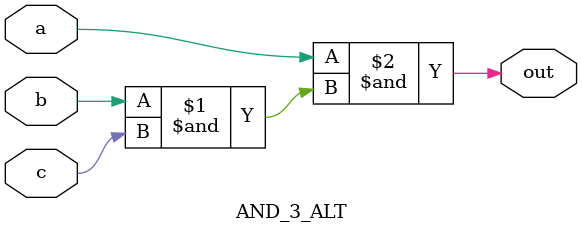
<source format=v>
module AND_3_ALT(a, b, c, out);
	input a, b, c;
	output out;
	assign out = a & (b & c);
endmodule

</source>
